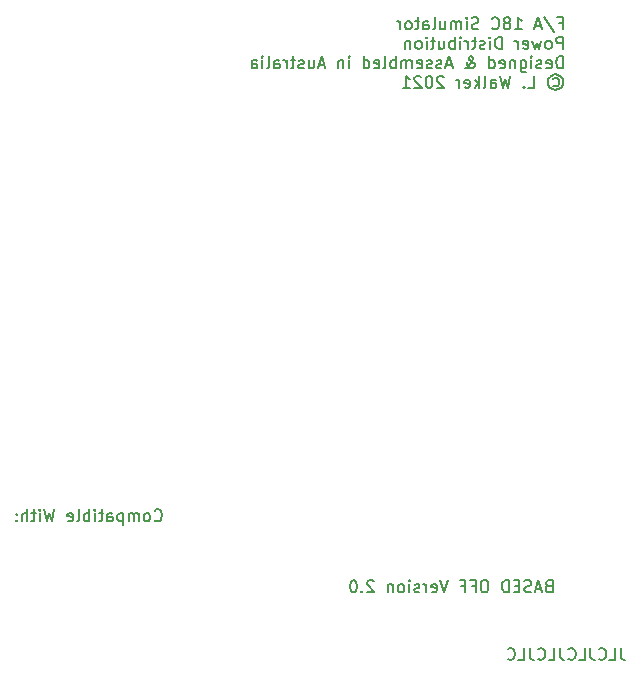
<source format=gbr>
%TF.GenerationSoftware,KiCad,Pcbnew,(5.1.9-0-10_14)*%
%TF.CreationDate,2022-06-30T07:21:25+10:00*%
%TF.ProjectId,Power Distro PCB V2,506f7765-7220-4446-9973-74726f205043,rev?*%
%TF.SameCoordinates,Original*%
%TF.FileFunction,Legend,Bot*%
%TF.FilePolarity,Positive*%
%FSLAX46Y46*%
G04 Gerber Fmt 4.6, Leading zero omitted, Abs format (unit mm)*
G04 Created by KiCad (PCBNEW (5.1.9-0-10_14)) date 2022-06-30 07:21:25*
%MOMM*%
%LPD*%
G01*
G04 APERTURE LIST*
%ADD10C,0.150000*%
G04 APERTURE END LIST*
D10*
X44547619Y-73657142D02*
X44595238Y-73704761D01*
X44738095Y-73752380D01*
X44833333Y-73752380D01*
X44976190Y-73704761D01*
X45071428Y-73609523D01*
X45119047Y-73514285D01*
X45166666Y-73323809D01*
X45166666Y-73180952D01*
X45119047Y-72990476D01*
X45071428Y-72895238D01*
X44976190Y-72800000D01*
X44833333Y-72752380D01*
X44738095Y-72752380D01*
X44595238Y-72800000D01*
X44547619Y-72847619D01*
X43976190Y-73752380D02*
X44071428Y-73704761D01*
X44119047Y-73657142D01*
X44166666Y-73561904D01*
X44166666Y-73276190D01*
X44119047Y-73180952D01*
X44071428Y-73133333D01*
X43976190Y-73085714D01*
X43833333Y-73085714D01*
X43738095Y-73133333D01*
X43690476Y-73180952D01*
X43642857Y-73276190D01*
X43642857Y-73561904D01*
X43690476Y-73657142D01*
X43738095Y-73704761D01*
X43833333Y-73752380D01*
X43976190Y-73752380D01*
X43214285Y-73752380D02*
X43214285Y-73085714D01*
X43214285Y-73180952D02*
X43166666Y-73133333D01*
X43071428Y-73085714D01*
X42928571Y-73085714D01*
X42833333Y-73133333D01*
X42785714Y-73228571D01*
X42785714Y-73752380D01*
X42785714Y-73228571D02*
X42738095Y-73133333D01*
X42642857Y-73085714D01*
X42500000Y-73085714D01*
X42404761Y-73133333D01*
X42357142Y-73228571D01*
X42357142Y-73752380D01*
X41880952Y-73085714D02*
X41880952Y-74085714D01*
X41880952Y-73133333D02*
X41785714Y-73085714D01*
X41595238Y-73085714D01*
X41500000Y-73133333D01*
X41452380Y-73180952D01*
X41404761Y-73276190D01*
X41404761Y-73561904D01*
X41452380Y-73657142D01*
X41500000Y-73704761D01*
X41595238Y-73752380D01*
X41785714Y-73752380D01*
X41880952Y-73704761D01*
X40547619Y-73752380D02*
X40547619Y-73228571D01*
X40595238Y-73133333D01*
X40690476Y-73085714D01*
X40880952Y-73085714D01*
X40976190Y-73133333D01*
X40547619Y-73704761D02*
X40642857Y-73752380D01*
X40880952Y-73752380D01*
X40976190Y-73704761D01*
X41023809Y-73609523D01*
X41023809Y-73514285D01*
X40976190Y-73419047D01*
X40880952Y-73371428D01*
X40642857Y-73371428D01*
X40547619Y-73323809D01*
X40214285Y-73085714D02*
X39833333Y-73085714D01*
X40071428Y-72752380D02*
X40071428Y-73609523D01*
X40023809Y-73704761D01*
X39928571Y-73752380D01*
X39833333Y-73752380D01*
X39500000Y-73752380D02*
X39500000Y-73085714D01*
X39500000Y-72752380D02*
X39547619Y-72800000D01*
X39500000Y-72847619D01*
X39452380Y-72800000D01*
X39500000Y-72752380D01*
X39500000Y-72847619D01*
X39023809Y-73752380D02*
X39023809Y-72752380D01*
X39023809Y-73133333D02*
X38928571Y-73085714D01*
X38738095Y-73085714D01*
X38642857Y-73133333D01*
X38595238Y-73180952D01*
X38547619Y-73276190D01*
X38547619Y-73561904D01*
X38595238Y-73657142D01*
X38642857Y-73704761D01*
X38738095Y-73752380D01*
X38928571Y-73752380D01*
X39023809Y-73704761D01*
X37976190Y-73752380D02*
X38071428Y-73704761D01*
X38119047Y-73609523D01*
X38119047Y-72752380D01*
X37214285Y-73704761D02*
X37309523Y-73752380D01*
X37500000Y-73752380D01*
X37595238Y-73704761D01*
X37642857Y-73609523D01*
X37642857Y-73228571D01*
X37595238Y-73133333D01*
X37500000Y-73085714D01*
X37309523Y-73085714D01*
X37214285Y-73133333D01*
X37166666Y-73228571D01*
X37166666Y-73323809D01*
X37642857Y-73419047D01*
X36071428Y-72752380D02*
X35833333Y-73752380D01*
X35642857Y-73038095D01*
X35452380Y-73752380D01*
X35214285Y-72752380D01*
X34833333Y-73752380D02*
X34833333Y-73085714D01*
X34833333Y-72752380D02*
X34880952Y-72800000D01*
X34833333Y-72847619D01*
X34785714Y-72800000D01*
X34833333Y-72752380D01*
X34833333Y-72847619D01*
X34500000Y-73085714D02*
X34119047Y-73085714D01*
X34357142Y-72752380D02*
X34357142Y-73609523D01*
X34309523Y-73704761D01*
X34214285Y-73752380D01*
X34119047Y-73752380D01*
X33785714Y-73752380D02*
X33785714Y-72752380D01*
X33357142Y-73752380D02*
X33357142Y-73228571D01*
X33404761Y-73133333D01*
X33499999Y-73085714D01*
X33642857Y-73085714D01*
X33738095Y-73133333D01*
X33785714Y-73180952D01*
X32880952Y-73657142D02*
X32833333Y-73704761D01*
X32880952Y-73752380D01*
X32928571Y-73704761D01*
X32880952Y-73657142D01*
X32880952Y-73752380D01*
X32880952Y-73133333D02*
X32833333Y-73180952D01*
X32880952Y-73228571D01*
X32928571Y-73180952D01*
X32880952Y-73133333D01*
X32880952Y-73228571D01*
X84019047Y-84499200D02*
X84019047Y-85213486D01*
X84066666Y-85356343D01*
X84161904Y-85451581D01*
X84304761Y-85499200D01*
X84400000Y-85499200D01*
X83066666Y-85499200D02*
X83542857Y-85499200D01*
X83542857Y-84499200D01*
X82161904Y-85403962D02*
X82209523Y-85451581D01*
X82352380Y-85499200D01*
X82447619Y-85499200D01*
X82590476Y-85451581D01*
X82685714Y-85356343D01*
X82733333Y-85261105D01*
X82780952Y-85070629D01*
X82780952Y-84927772D01*
X82733333Y-84737296D01*
X82685714Y-84642058D01*
X82590476Y-84546820D01*
X82447619Y-84499200D01*
X82352380Y-84499200D01*
X82209523Y-84546820D01*
X82161904Y-84594439D01*
X81447619Y-84499200D02*
X81447619Y-85213486D01*
X81495238Y-85356343D01*
X81590476Y-85451581D01*
X81733333Y-85499200D01*
X81828571Y-85499200D01*
X80495238Y-85499200D02*
X80971428Y-85499200D01*
X80971428Y-84499200D01*
X79590476Y-85403962D02*
X79638095Y-85451581D01*
X79780952Y-85499200D01*
X79876190Y-85499200D01*
X80019047Y-85451581D01*
X80114285Y-85356343D01*
X80161904Y-85261105D01*
X80209523Y-85070629D01*
X80209523Y-84927772D01*
X80161904Y-84737296D01*
X80114285Y-84642058D01*
X80019047Y-84546820D01*
X79876190Y-84499200D01*
X79780952Y-84499200D01*
X79638095Y-84546820D01*
X79590476Y-84594439D01*
X78876190Y-84499200D02*
X78876190Y-85213486D01*
X78923809Y-85356343D01*
X79019047Y-85451581D01*
X79161904Y-85499200D01*
X79257142Y-85499200D01*
X77923809Y-85499200D02*
X78400000Y-85499200D01*
X78400000Y-84499200D01*
X77019047Y-85403962D02*
X77066666Y-85451581D01*
X77209523Y-85499200D01*
X77304761Y-85499200D01*
X77447619Y-85451581D01*
X77542857Y-85356343D01*
X77590476Y-85261105D01*
X77638095Y-85070629D01*
X77638095Y-84927772D01*
X77590476Y-84737296D01*
X77542857Y-84642058D01*
X77447619Y-84546820D01*
X77304761Y-84499200D01*
X77209523Y-84499200D01*
X77066666Y-84546820D01*
X77019047Y-84594439D01*
X76304761Y-84499200D02*
X76304761Y-85213486D01*
X76352380Y-85356343D01*
X76447619Y-85451581D01*
X76590476Y-85499200D01*
X76685714Y-85499200D01*
X75352380Y-85499200D02*
X75828571Y-85499200D01*
X75828571Y-84499200D01*
X74447619Y-85403962D02*
X74495238Y-85451581D01*
X74638095Y-85499200D01*
X74733333Y-85499200D01*
X74876190Y-85451581D01*
X74971428Y-85356343D01*
X75019047Y-85261105D01*
X75066666Y-85070629D01*
X75066666Y-84927772D01*
X75019047Y-84737296D01*
X74971428Y-84642058D01*
X74876190Y-84546820D01*
X74733333Y-84499200D01*
X74638095Y-84499200D01*
X74495238Y-84546820D01*
X74447619Y-84594439D01*
X77914285Y-79228571D02*
X77771428Y-79276190D01*
X77723809Y-79323809D01*
X77676190Y-79419047D01*
X77676190Y-79561904D01*
X77723809Y-79657142D01*
X77771428Y-79704761D01*
X77866666Y-79752380D01*
X78247619Y-79752380D01*
X78247619Y-78752380D01*
X77914285Y-78752380D01*
X77819047Y-78800000D01*
X77771428Y-78847619D01*
X77723809Y-78942857D01*
X77723809Y-79038095D01*
X77771428Y-79133333D01*
X77819047Y-79180952D01*
X77914285Y-79228571D01*
X78247619Y-79228571D01*
X77295238Y-79466666D02*
X76819047Y-79466666D01*
X77390476Y-79752380D02*
X77057142Y-78752380D01*
X76723809Y-79752380D01*
X76438095Y-79704761D02*
X76295238Y-79752380D01*
X76057142Y-79752380D01*
X75961904Y-79704761D01*
X75914285Y-79657142D01*
X75866666Y-79561904D01*
X75866666Y-79466666D01*
X75914285Y-79371428D01*
X75961904Y-79323809D01*
X76057142Y-79276190D01*
X76247619Y-79228571D01*
X76342857Y-79180952D01*
X76390476Y-79133333D01*
X76438095Y-79038095D01*
X76438095Y-78942857D01*
X76390476Y-78847619D01*
X76342857Y-78800000D01*
X76247619Y-78752380D01*
X76009523Y-78752380D01*
X75866666Y-78800000D01*
X75438095Y-79228571D02*
X75104761Y-79228571D01*
X74961904Y-79752380D02*
X75438095Y-79752380D01*
X75438095Y-78752380D01*
X74961904Y-78752380D01*
X74533333Y-79752380D02*
X74533333Y-78752380D01*
X74295238Y-78752380D01*
X74152380Y-78800000D01*
X74057142Y-78895238D01*
X74009523Y-78990476D01*
X73961904Y-79180952D01*
X73961904Y-79323809D01*
X74009523Y-79514285D01*
X74057142Y-79609523D01*
X74152380Y-79704761D01*
X74295238Y-79752380D01*
X74533333Y-79752380D01*
X72580952Y-78752380D02*
X72390476Y-78752380D01*
X72295238Y-78800000D01*
X72200000Y-78895238D01*
X72152380Y-79085714D01*
X72152380Y-79419047D01*
X72200000Y-79609523D01*
X72295238Y-79704761D01*
X72390476Y-79752380D01*
X72580952Y-79752380D01*
X72676190Y-79704761D01*
X72771428Y-79609523D01*
X72819047Y-79419047D01*
X72819047Y-79085714D01*
X72771428Y-78895238D01*
X72676190Y-78800000D01*
X72580952Y-78752380D01*
X71390476Y-79228571D02*
X71723809Y-79228571D01*
X71723809Y-79752380D02*
X71723809Y-78752380D01*
X71247619Y-78752380D01*
X70533333Y-79228571D02*
X70866666Y-79228571D01*
X70866666Y-79752380D02*
X70866666Y-78752380D01*
X70390476Y-78752380D01*
X69390476Y-78752380D02*
X69057142Y-79752380D01*
X68723809Y-78752380D01*
X68009523Y-79704761D02*
X68104761Y-79752380D01*
X68295238Y-79752380D01*
X68390476Y-79704761D01*
X68438095Y-79609523D01*
X68438095Y-79228571D01*
X68390476Y-79133333D01*
X68295238Y-79085714D01*
X68104761Y-79085714D01*
X68009523Y-79133333D01*
X67961904Y-79228571D01*
X67961904Y-79323809D01*
X68438095Y-79419047D01*
X67533333Y-79752380D02*
X67533333Y-79085714D01*
X67533333Y-79276190D02*
X67485714Y-79180952D01*
X67438095Y-79133333D01*
X67342857Y-79085714D01*
X67247619Y-79085714D01*
X66961904Y-79704761D02*
X66866666Y-79752380D01*
X66676190Y-79752380D01*
X66580952Y-79704761D01*
X66533333Y-79609523D01*
X66533333Y-79561904D01*
X66580952Y-79466666D01*
X66676190Y-79419047D01*
X66819047Y-79419047D01*
X66914285Y-79371428D01*
X66961904Y-79276190D01*
X66961904Y-79228571D01*
X66914285Y-79133333D01*
X66819047Y-79085714D01*
X66676190Y-79085714D01*
X66580952Y-79133333D01*
X66104761Y-79752380D02*
X66104761Y-79085714D01*
X66104761Y-78752380D02*
X66152380Y-78800000D01*
X66104761Y-78847619D01*
X66057142Y-78800000D01*
X66104761Y-78752380D01*
X66104761Y-78847619D01*
X65485714Y-79752380D02*
X65580952Y-79704761D01*
X65628571Y-79657142D01*
X65676190Y-79561904D01*
X65676190Y-79276190D01*
X65628571Y-79180952D01*
X65580952Y-79133333D01*
X65485714Y-79085714D01*
X65342857Y-79085714D01*
X65247619Y-79133333D01*
X65200000Y-79180952D01*
X65152380Y-79276190D01*
X65152380Y-79561904D01*
X65200000Y-79657142D01*
X65247619Y-79704761D01*
X65342857Y-79752380D01*
X65485714Y-79752380D01*
X64723809Y-79085714D02*
X64723809Y-79752380D01*
X64723809Y-79180952D02*
X64676190Y-79133333D01*
X64580952Y-79085714D01*
X64438095Y-79085714D01*
X64342857Y-79133333D01*
X64295238Y-79228571D01*
X64295238Y-79752380D01*
X63104761Y-78847619D02*
X63057142Y-78800000D01*
X62961904Y-78752380D01*
X62723809Y-78752380D01*
X62628571Y-78800000D01*
X62580952Y-78847619D01*
X62533333Y-78942857D01*
X62533333Y-79038095D01*
X62580952Y-79180952D01*
X63152380Y-79752380D01*
X62533333Y-79752380D01*
X62104761Y-79657142D02*
X62057142Y-79704761D01*
X62104761Y-79752380D01*
X62152380Y-79704761D01*
X62104761Y-79657142D01*
X62104761Y-79752380D01*
X61438095Y-78752380D02*
X61342857Y-78752380D01*
X61247619Y-78800000D01*
X61200000Y-78847619D01*
X61152380Y-78942857D01*
X61104761Y-79133333D01*
X61104761Y-79371428D01*
X61152380Y-79561904D01*
X61200000Y-79657142D01*
X61247619Y-79704761D01*
X61342857Y-79752380D01*
X61438095Y-79752380D01*
X61533333Y-79704761D01*
X61580952Y-79657142D01*
X61628571Y-79561904D01*
X61676190Y-79371428D01*
X61676190Y-79133333D01*
X61628571Y-78942857D01*
X61580952Y-78847619D01*
X61533333Y-78800000D01*
X61438095Y-78752380D01*
X78782271Y-31577971D02*
X79115604Y-31577971D01*
X79115604Y-32101780D02*
X79115604Y-31101780D01*
X78639414Y-31101780D01*
X77544176Y-31054161D02*
X78401319Y-32339876D01*
X77258461Y-31816066D02*
X76782271Y-31816066D01*
X77353700Y-32101780D02*
X77020366Y-31101780D01*
X76687033Y-32101780D01*
X75067985Y-32101780D02*
X75639414Y-32101780D01*
X75353700Y-32101780D02*
X75353700Y-31101780D01*
X75448938Y-31244638D01*
X75544176Y-31339876D01*
X75639414Y-31387495D01*
X74496557Y-31530352D02*
X74591795Y-31482733D01*
X74639414Y-31435114D01*
X74687033Y-31339876D01*
X74687033Y-31292257D01*
X74639414Y-31197019D01*
X74591795Y-31149400D01*
X74496557Y-31101780D01*
X74306080Y-31101780D01*
X74210842Y-31149400D01*
X74163223Y-31197019D01*
X74115604Y-31292257D01*
X74115604Y-31339876D01*
X74163223Y-31435114D01*
X74210842Y-31482733D01*
X74306080Y-31530352D01*
X74496557Y-31530352D01*
X74591795Y-31577971D01*
X74639414Y-31625590D01*
X74687033Y-31720828D01*
X74687033Y-31911304D01*
X74639414Y-32006542D01*
X74591795Y-32054161D01*
X74496557Y-32101780D01*
X74306080Y-32101780D01*
X74210842Y-32054161D01*
X74163223Y-32006542D01*
X74115604Y-31911304D01*
X74115604Y-31720828D01*
X74163223Y-31625590D01*
X74210842Y-31577971D01*
X74306080Y-31530352D01*
X73115604Y-32006542D02*
X73163223Y-32054161D01*
X73306080Y-32101780D01*
X73401319Y-32101780D01*
X73544176Y-32054161D01*
X73639414Y-31958923D01*
X73687033Y-31863685D01*
X73734652Y-31673209D01*
X73734652Y-31530352D01*
X73687033Y-31339876D01*
X73639414Y-31244638D01*
X73544176Y-31149400D01*
X73401319Y-31101780D01*
X73306080Y-31101780D01*
X73163223Y-31149400D01*
X73115604Y-31197019D01*
X71972747Y-32054161D02*
X71829890Y-32101780D01*
X71591795Y-32101780D01*
X71496557Y-32054161D01*
X71448938Y-32006542D01*
X71401319Y-31911304D01*
X71401319Y-31816066D01*
X71448938Y-31720828D01*
X71496557Y-31673209D01*
X71591795Y-31625590D01*
X71782271Y-31577971D01*
X71877509Y-31530352D01*
X71925128Y-31482733D01*
X71972747Y-31387495D01*
X71972747Y-31292257D01*
X71925128Y-31197019D01*
X71877509Y-31149400D01*
X71782271Y-31101780D01*
X71544176Y-31101780D01*
X71401319Y-31149400D01*
X70972747Y-32101780D02*
X70972747Y-31435114D01*
X70972747Y-31101780D02*
X71020366Y-31149400D01*
X70972747Y-31197019D01*
X70925128Y-31149400D01*
X70972747Y-31101780D01*
X70972747Y-31197019D01*
X70496557Y-32101780D02*
X70496557Y-31435114D01*
X70496557Y-31530352D02*
X70448938Y-31482733D01*
X70353700Y-31435114D01*
X70210842Y-31435114D01*
X70115604Y-31482733D01*
X70067985Y-31577971D01*
X70067985Y-32101780D01*
X70067985Y-31577971D02*
X70020366Y-31482733D01*
X69925128Y-31435114D01*
X69782271Y-31435114D01*
X69687033Y-31482733D01*
X69639414Y-31577971D01*
X69639414Y-32101780D01*
X68734652Y-31435114D02*
X68734652Y-32101780D01*
X69163223Y-31435114D02*
X69163223Y-31958923D01*
X69115604Y-32054161D01*
X69020366Y-32101780D01*
X68877509Y-32101780D01*
X68782271Y-32054161D01*
X68734652Y-32006542D01*
X68115604Y-32101780D02*
X68210842Y-32054161D01*
X68258461Y-31958923D01*
X68258461Y-31101780D01*
X67306080Y-32101780D02*
X67306080Y-31577971D01*
X67353700Y-31482733D01*
X67448938Y-31435114D01*
X67639414Y-31435114D01*
X67734652Y-31482733D01*
X67306080Y-32054161D02*
X67401319Y-32101780D01*
X67639414Y-32101780D01*
X67734652Y-32054161D01*
X67782271Y-31958923D01*
X67782271Y-31863685D01*
X67734652Y-31768447D01*
X67639414Y-31720828D01*
X67401319Y-31720828D01*
X67306080Y-31673209D01*
X66972747Y-31435114D02*
X66591795Y-31435114D01*
X66829890Y-31101780D02*
X66829890Y-31958923D01*
X66782271Y-32054161D01*
X66687033Y-32101780D01*
X66591795Y-32101780D01*
X66115604Y-32101780D02*
X66210842Y-32054161D01*
X66258461Y-32006542D01*
X66306080Y-31911304D01*
X66306080Y-31625590D01*
X66258461Y-31530352D01*
X66210842Y-31482733D01*
X66115604Y-31435114D01*
X65972747Y-31435114D01*
X65877509Y-31482733D01*
X65829890Y-31530352D01*
X65782271Y-31625590D01*
X65782271Y-31911304D01*
X65829890Y-32006542D01*
X65877509Y-32054161D01*
X65972747Y-32101780D01*
X66115604Y-32101780D01*
X65353700Y-32101780D02*
X65353700Y-31435114D01*
X65353700Y-31625590D02*
X65306080Y-31530352D01*
X65258461Y-31482733D01*
X65163223Y-31435114D01*
X65067985Y-31435114D01*
X79115604Y-33751780D02*
X79115604Y-32751780D01*
X78734652Y-32751780D01*
X78639414Y-32799400D01*
X78591795Y-32847019D01*
X78544176Y-32942257D01*
X78544176Y-33085114D01*
X78591795Y-33180352D01*
X78639414Y-33227971D01*
X78734652Y-33275590D01*
X79115604Y-33275590D01*
X77972747Y-33751780D02*
X78067985Y-33704161D01*
X78115604Y-33656542D01*
X78163223Y-33561304D01*
X78163223Y-33275590D01*
X78115604Y-33180352D01*
X78067985Y-33132733D01*
X77972747Y-33085114D01*
X77829890Y-33085114D01*
X77734652Y-33132733D01*
X77687033Y-33180352D01*
X77639414Y-33275590D01*
X77639414Y-33561304D01*
X77687033Y-33656542D01*
X77734652Y-33704161D01*
X77829890Y-33751780D01*
X77972747Y-33751780D01*
X77306080Y-33085114D02*
X77115604Y-33751780D01*
X76925128Y-33275590D01*
X76734652Y-33751780D01*
X76544176Y-33085114D01*
X75782271Y-33704161D02*
X75877509Y-33751780D01*
X76067985Y-33751780D01*
X76163223Y-33704161D01*
X76210842Y-33608923D01*
X76210842Y-33227971D01*
X76163223Y-33132733D01*
X76067985Y-33085114D01*
X75877509Y-33085114D01*
X75782271Y-33132733D01*
X75734652Y-33227971D01*
X75734652Y-33323209D01*
X76210842Y-33418447D01*
X75306080Y-33751780D02*
X75306080Y-33085114D01*
X75306080Y-33275590D02*
X75258461Y-33180352D01*
X75210842Y-33132733D01*
X75115604Y-33085114D01*
X75020366Y-33085114D01*
X73925128Y-33751780D02*
X73925128Y-32751780D01*
X73687033Y-32751780D01*
X73544176Y-32799400D01*
X73448938Y-32894638D01*
X73401319Y-32989876D01*
X73353700Y-33180352D01*
X73353700Y-33323209D01*
X73401319Y-33513685D01*
X73448938Y-33608923D01*
X73544176Y-33704161D01*
X73687033Y-33751780D01*
X73925128Y-33751780D01*
X72925128Y-33751780D02*
X72925128Y-33085114D01*
X72925128Y-32751780D02*
X72972747Y-32799400D01*
X72925128Y-32847019D01*
X72877509Y-32799400D01*
X72925128Y-32751780D01*
X72925128Y-32847019D01*
X72496557Y-33704161D02*
X72401319Y-33751780D01*
X72210842Y-33751780D01*
X72115604Y-33704161D01*
X72067985Y-33608923D01*
X72067985Y-33561304D01*
X72115604Y-33466066D01*
X72210842Y-33418447D01*
X72353700Y-33418447D01*
X72448938Y-33370828D01*
X72496557Y-33275590D01*
X72496557Y-33227971D01*
X72448938Y-33132733D01*
X72353700Y-33085114D01*
X72210842Y-33085114D01*
X72115604Y-33132733D01*
X71782271Y-33085114D02*
X71401319Y-33085114D01*
X71639414Y-32751780D02*
X71639414Y-33608923D01*
X71591795Y-33704161D01*
X71496557Y-33751780D01*
X71401319Y-33751780D01*
X71067985Y-33751780D02*
X71067985Y-33085114D01*
X71067985Y-33275590D02*
X71020366Y-33180352D01*
X70972747Y-33132733D01*
X70877509Y-33085114D01*
X70782271Y-33085114D01*
X70448938Y-33751780D02*
X70448938Y-33085114D01*
X70448938Y-32751780D02*
X70496557Y-32799400D01*
X70448938Y-32847019D01*
X70401319Y-32799400D01*
X70448938Y-32751780D01*
X70448938Y-32847019D01*
X69972747Y-33751780D02*
X69972747Y-32751780D01*
X69972747Y-33132733D02*
X69877509Y-33085114D01*
X69687033Y-33085114D01*
X69591795Y-33132733D01*
X69544176Y-33180352D01*
X69496557Y-33275590D01*
X69496557Y-33561304D01*
X69544176Y-33656542D01*
X69591795Y-33704161D01*
X69687033Y-33751780D01*
X69877509Y-33751780D01*
X69972747Y-33704161D01*
X68639414Y-33085114D02*
X68639414Y-33751780D01*
X69067985Y-33085114D02*
X69067985Y-33608923D01*
X69020366Y-33704161D01*
X68925128Y-33751780D01*
X68782271Y-33751780D01*
X68687033Y-33704161D01*
X68639414Y-33656542D01*
X68306080Y-33085114D02*
X67925128Y-33085114D01*
X68163223Y-32751780D02*
X68163223Y-33608923D01*
X68115604Y-33704161D01*
X68020366Y-33751780D01*
X67925128Y-33751780D01*
X67591795Y-33751780D02*
X67591795Y-33085114D01*
X67591795Y-32751780D02*
X67639414Y-32799400D01*
X67591795Y-32847019D01*
X67544176Y-32799400D01*
X67591795Y-32751780D01*
X67591795Y-32847019D01*
X66972747Y-33751780D02*
X67067985Y-33704161D01*
X67115604Y-33656542D01*
X67163223Y-33561304D01*
X67163223Y-33275590D01*
X67115604Y-33180352D01*
X67067985Y-33132733D01*
X66972747Y-33085114D01*
X66829890Y-33085114D01*
X66734652Y-33132733D01*
X66687033Y-33180352D01*
X66639414Y-33275590D01*
X66639414Y-33561304D01*
X66687033Y-33656542D01*
X66734652Y-33704161D01*
X66829890Y-33751780D01*
X66972747Y-33751780D01*
X66210842Y-33085114D02*
X66210842Y-33751780D01*
X66210842Y-33180352D02*
X66163223Y-33132733D01*
X66067985Y-33085114D01*
X65925128Y-33085114D01*
X65829890Y-33132733D01*
X65782271Y-33227971D01*
X65782271Y-33751780D01*
X79115604Y-35401780D02*
X79115604Y-34401780D01*
X78877509Y-34401780D01*
X78734652Y-34449400D01*
X78639414Y-34544638D01*
X78591795Y-34639876D01*
X78544176Y-34830352D01*
X78544176Y-34973209D01*
X78591795Y-35163685D01*
X78639414Y-35258923D01*
X78734652Y-35354161D01*
X78877509Y-35401780D01*
X79115604Y-35401780D01*
X77734652Y-35354161D02*
X77829890Y-35401780D01*
X78020366Y-35401780D01*
X78115604Y-35354161D01*
X78163223Y-35258923D01*
X78163223Y-34877971D01*
X78115604Y-34782733D01*
X78020366Y-34735114D01*
X77829890Y-34735114D01*
X77734652Y-34782733D01*
X77687033Y-34877971D01*
X77687033Y-34973209D01*
X78163223Y-35068447D01*
X77306080Y-35354161D02*
X77210842Y-35401780D01*
X77020366Y-35401780D01*
X76925128Y-35354161D01*
X76877509Y-35258923D01*
X76877509Y-35211304D01*
X76925128Y-35116066D01*
X77020366Y-35068447D01*
X77163223Y-35068447D01*
X77258461Y-35020828D01*
X77306080Y-34925590D01*
X77306080Y-34877971D01*
X77258461Y-34782733D01*
X77163223Y-34735114D01*
X77020366Y-34735114D01*
X76925128Y-34782733D01*
X76448938Y-35401780D02*
X76448938Y-34735114D01*
X76448938Y-34401780D02*
X76496557Y-34449400D01*
X76448938Y-34497019D01*
X76401319Y-34449400D01*
X76448938Y-34401780D01*
X76448938Y-34497019D01*
X75544176Y-34735114D02*
X75544176Y-35544638D01*
X75591795Y-35639876D01*
X75639414Y-35687495D01*
X75734652Y-35735114D01*
X75877509Y-35735114D01*
X75972747Y-35687495D01*
X75544176Y-35354161D02*
X75639414Y-35401780D01*
X75829890Y-35401780D01*
X75925128Y-35354161D01*
X75972747Y-35306542D01*
X76020366Y-35211304D01*
X76020366Y-34925590D01*
X75972747Y-34830352D01*
X75925128Y-34782733D01*
X75829890Y-34735114D01*
X75639414Y-34735114D01*
X75544176Y-34782733D01*
X75067985Y-34735114D02*
X75067985Y-35401780D01*
X75067985Y-34830352D02*
X75020366Y-34782733D01*
X74925128Y-34735114D01*
X74782271Y-34735114D01*
X74687033Y-34782733D01*
X74639414Y-34877971D01*
X74639414Y-35401780D01*
X73782271Y-35354161D02*
X73877509Y-35401780D01*
X74067985Y-35401780D01*
X74163223Y-35354161D01*
X74210842Y-35258923D01*
X74210842Y-34877971D01*
X74163223Y-34782733D01*
X74067985Y-34735114D01*
X73877509Y-34735114D01*
X73782271Y-34782733D01*
X73734652Y-34877971D01*
X73734652Y-34973209D01*
X74210842Y-35068447D01*
X72877509Y-35401780D02*
X72877509Y-34401780D01*
X72877509Y-35354161D02*
X72972747Y-35401780D01*
X73163223Y-35401780D01*
X73258461Y-35354161D01*
X73306080Y-35306542D01*
X73353700Y-35211304D01*
X73353700Y-34925590D01*
X73306080Y-34830352D01*
X73258461Y-34782733D01*
X73163223Y-34735114D01*
X72972747Y-34735114D01*
X72877509Y-34782733D01*
X70829890Y-35401780D02*
X70877509Y-35401780D01*
X70972747Y-35354161D01*
X71115604Y-35211304D01*
X71353700Y-34925590D01*
X71448938Y-34782733D01*
X71496557Y-34639876D01*
X71496557Y-34544638D01*
X71448938Y-34449400D01*
X71353700Y-34401780D01*
X71306080Y-34401780D01*
X71210842Y-34449400D01*
X71163223Y-34544638D01*
X71163223Y-34592257D01*
X71210842Y-34687495D01*
X71258461Y-34735114D01*
X71544176Y-34925590D01*
X71591795Y-34973209D01*
X71639414Y-35068447D01*
X71639414Y-35211304D01*
X71591795Y-35306542D01*
X71544176Y-35354161D01*
X71448938Y-35401780D01*
X71306080Y-35401780D01*
X71210842Y-35354161D01*
X71163223Y-35306542D01*
X71020366Y-35116066D01*
X70972747Y-34973209D01*
X70972747Y-34877971D01*
X69687033Y-35116066D02*
X69210842Y-35116066D01*
X69782271Y-35401780D02*
X69448938Y-34401780D01*
X69115604Y-35401780D01*
X68829890Y-35354161D02*
X68734652Y-35401780D01*
X68544176Y-35401780D01*
X68448938Y-35354161D01*
X68401319Y-35258923D01*
X68401319Y-35211304D01*
X68448938Y-35116066D01*
X68544176Y-35068447D01*
X68687033Y-35068447D01*
X68782271Y-35020828D01*
X68829890Y-34925590D01*
X68829890Y-34877971D01*
X68782271Y-34782733D01*
X68687033Y-34735114D01*
X68544176Y-34735114D01*
X68448938Y-34782733D01*
X68020366Y-35354161D02*
X67925128Y-35401780D01*
X67734652Y-35401780D01*
X67639414Y-35354161D01*
X67591795Y-35258923D01*
X67591795Y-35211304D01*
X67639414Y-35116066D01*
X67734652Y-35068447D01*
X67877509Y-35068447D01*
X67972747Y-35020828D01*
X68020366Y-34925590D01*
X68020366Y-34877971D01*
X67972747Y-34782733D01*
X67877509Y-34735114D01*
X67734652Y-34735114D01*
X67639414Y-34782733D01*
X66782271Y-35354161D02*
X66877509Y-35401780D01*
X67067985Y-35401780D01*
X67163223Y-35354161D01*
X67210842Y-35258923D01*
X67210842Y-34877971D01*
X67163223Y-34782733D01*
X67067985Y-34735114D01*
X66877509Y-34735114D01*
X66782271Y-34782733D01*
X66734652Y-34877971D01*
X66734652Y-34973209D01*
X67210842Y-35068447D01*
X66306080Y-35401780D02*
X66306080Y-34735114D01*
X66306080Y-34830352D02*
X66258461Y-34782733D01*
X66163223Y-34735114D01*
X66020366Y-34735114D01*
X65925128Y-34782733D01*
X65877509Y-34877971D01*
X65877509Y-35401780D01*
X65877509Y-34877971D02*
X65829890Y-34782733D01*
X65734652Y-34735114D01*
X65591795Y-34735114D01*
X65496557Y-34782733D01*
X65448938Y-34877971D01*
X65448938Y-35401780D01*
X64972747Y-35401780D02*
X64972747Y-34401780D01*
X64972747Y-34782733D02*
X64877509Y-34735114D01*
X64687033Y-34735114D01*
X64591795Y-34782733D01*
X64544176Y-34830352D01*
X64496557Y-34925590D01*
X64496557Y-35211304D01*
X64544176Y-35306542D01*
X64591795Y-35354161D01*
X64687033Y-35401780D01*
X64877509Y-35401780D01*
X64972747Y-35354161D01*
X63925128Y-35401780D02*
X64020366Y-35354161D01*
X64067985Y-35258923D01*
X64067985Y-34401780D01*
X63163223Y-35354161D02*
X63258461Y-35401780D01*
X63448938Y-35401780D01*
X63544176Y-35354161D01*
X63591795Y-35258923D01*
X63591795Y-34877971D01*
X63544176Y-34782733D01*
X63448938Y-34735114D01*
X63258461Y-34735114D01*
X63163223Y-34782733D01*
X63115604Y-34877971D01*
X63115604Y-34973209D01*
X63591795Y-35068447D01*
X62258461Y-35401780D02*
X62258461Y-34401780D01*
X62258461Y-35354161D02*
X62353700Y-35401780D01*
X62544176Y-35401780D01*
X62639414Y-35354161D01*
X62687033Y-35306542D01*
X62734652Y-35211304D01*
X62734652Y-34925590D01*
X62687033Y-34830352D01*
X62639414Y-34782733D01*
X62544176Y-34735114D01*
X62353700Y-34735114D01*
X62258461Y-34782733D01*
X61020366Y-35401780D02*
X61020366Y-34735114D01*
X61020366Y-34401780D02*
X61067985Y-34449400D01*
X61020366Y-34497019D01*
X60972747Y-34449400D01*
X61020366Y-34401780D01*
X61020366Y-34497019D01*
X60544176Y-34735114D02*
X60544176Y-35401780D01*
X60544176Y-34830352D02*
X60496557Y-34782733D01*
X60401319Y-34735114D01*
X60258461Y-34735114D01*
X60163223Y-34782733D01*
X60115604Y-34877971D01*
X60115604Y-35401780D01*
X58925128Y-35116066D02*
X58448938Y-35116066D01*
X59020366Y-35401780D02*
X58687033Y-34401780D01*
X58353700Y-35401780D01*
X57591795Y-34735114D02*
X57591795Y-35401780D01*
X58020366Y-34735114D02*
X58020366Y-35258923D01*
X57972747Y-35354161D01*
X57877509Y-35401780D01*
X57734652Y-35401780D01*
X57639414Y-35354161D01*
X57591795Y-35306542D01*
X57163223Y-35354161D02*
X57067985Y-35401780D01*
X56877509Y-35401780D01*
X56782271Y-35354161D01*
X56734652Y-35258923D01*
X56734652Y-35211304D01*
X56782271Y-35116066D01*
X56877509Y-35068447D01*
X57020366Y-35068447D01*
X57115604Y-35020828D01*
X57163223Y-34925590D01*
X57163223Y-34877971D01*
X57115604Y-34782733D01*
X57020366Y-34735114D01*
X56877509Y-34735114D01*
X56782271Y-34782733D01*
X56448938Y-34735114D02*
X56067985Y-34735114D01*
X56306080Y-34401780D02*
X56306080Y-35258923D01*
X56258461Y-35354161D01*
X56163223Y-35401780D01*
X56067985Y-35401780D01*
X55734652Y-35401780D02*
X55734652Y-34735114D01*
X55734652Y-34925590D02*
X55687033Y-34830352D01*
X55639414Y-34782733D01*
X55544176Y-34735114D01*
X55448938Y-34735114D01*
X54687033Y-35401780D02*
X54687033Y-34877971D01*
X54734652Y-34782733D01*
X54829890Y-34735114D01*
X55020366Y-34735114D01*
X55115604Y-34782733D01*
X54687033Y-35354161D02*
X54782271Y-35401780D01*
X55020366Y-35401780D01*
X55115604Y-35354161D01*
X55163223Y-35258923D01*
X55163223Y-35163685D01*
X55115604Y-35068447D01*
X55020366Y-35020828D01*
X54782271Y-35020828D01*
X54687033Y-34973209D01*
X54067985Y-35401780D02*
X54163223Y-35354161D01*
X54210842Y-35258923D01*
X54210842Y-34401780D01*
X53687033Y-35401780D02*
X53687033Y-34735114D01*
X53687033Y-34401780D02*
X53734652Y-34449400D01*
X53687033Y-34497019D01*
X53639414Y-34449400D01*
X53687033Y-34401780D01*
X53687033Y-34497019D01*
X52782271Y-35401780D02*
X52782271Y-34877971D01*
X52829890Y-34782733D01*
X52925128Y-34735114D01*
X53115604Y-34735114D01*
X53210842Y-34782733D01*
X52782271Y-35354161D02*
X52877509Y-35401780D01*
X53115604Y-35401780D01*
X53210842Y-35354161D01*
X53258461Y-35258923D01*
X53258461Y-35163685D01*
X53210842Y-35068447D01*
X53115604Y-35020828D01*
X52877509Y-35020828D01*
X52782271Y-34973209D01*
X78306080Y-36289876D02*
X78401319Y-36242257D01*
X78591795Y-36242257D01*
X78687033Y-36289876D01*
X78782271Y-36385114D01*
X78829890Y-36480352D01*
X78829890Y-36670828D01*
X78782271Y-36766066D01*
X78687033Y-36861304D01*
X78591795Y-36908923D01*
X78401319Y-36908923D01*
X78306080Y-36861304D01*
X78496557Y-35908923D02*
X78734652Y-35956542D01*
X78972747Y-36099400D01*
X79115604Y-36337495D01*
X79163223Y-36575590D01*
X79115604Y-36813685D01*
X78972747Y-37051780D01*
X78734652Y-37194638D01*
X78496557Y-37242257D01*
X78258461Y-37194638D01*
X78020366Y-37051780D01*
X77877509Y-36813685D01*
X77829890Y-36575590D01*
X77877509Y-36337495D01*
X78020366Y-36099400D01*
X78258461Y-35956542D01*
X78496557Y-35908923D01*
X76163223Y-37051780D02*
X76639414Y-37051780D01*
X76639414Y-36051780D01*
X75829890Y-36956542D02*
X75782271Y-37004161D01*
X75829890Y-37051780D01*
X75877509Y-37004161D01*
X75829890Y-36956542D01*
X75829890Y-37051780D01*
X74687033Y-36051780D02*
X74448938Y-37051780D01*
X74258461Y-36337495D01*
X74067985Y-37051780D01*
X73829890Y-36051780D01*
X73020366Y-37051780D02*
X73020366Y-36527971D01*
X73067985Y-36432733D01*
X73163223Y-36385114D01*
X73353700Y-36385114D01*
X73448938Y-36432733D01*
X73020366Y-37004161D02*
X73115604Y-37051780D01*
X73353700Y-37051780D01*
X73448938Y-37004161D01*
X73496557Y-36908923D01*
X73496557Y-36813685D01*
X73448938Y-36718447D01*
X73353700Y-36670828D01*
X73115604Y-36670828D01*
X73020366Y-36623209D01*
X72401319Y-37051780D02*
X72496557Y-37004161D01*
X72544176Y-36908923D01*
X72544176Y-36051780D01*
X72020366Y-37051780D02*
X72020366Y-36051780D01*
X71925128Y-36670828D02*
X71639414Y-37051780D01*
X71639414Y-36385114D02*
X72020366Y-36766066D01*
X70829890Y-37004161D02*
X70925128Y-37051780D01*
X71115604Y-37051780D01*
X71210842Y-37004161D01*
X71258461Y-36908923D01*
X71258461Y-36527971D01*
X71210842Y-36432733D01*
X71115604Y-36385114D01*
X70925128Y-36385114D01*
X70829890Y-36432733D01*
X70782271Y-36527971D01*
X70782271Y-36623209D01*
X71258461Y-36718447D01*
X70353700Y-37051780D02*
X70353700Y-36385114D01*
X70353700Y-36575590D02*
X70306080Y-36480352D01*
X70258461Y-36432733D01*
X70163223Y-36385114D01*
X70067985Y-36385114D01*
X69020366Y-36147019D02*
X68972747Y-36099400D01*
X68877509Y-36051780D01*
X68639414Y-36051780D01*
X68544176Y-36099400D01*
X68496557Y-36147019D01*
X68448938Y-36242257D01*
X68448938Y-36337495D01*
X68496557Y-36480352D01*
X69067985Y-37051780D01*
X68448938Y-37051780D01*
X67829890Y-36051780D02*
X67734652Y-36051780D01*
X67639414Y-36099400D01*
X67591795Y-36147019D01*
X67544176Y-36242257D01*
X67496557Y-36432733D01*
X67496557Y-36670828D01*
X67544176Y-36861304D01*
X67591795Y-36956542D01*
X67639414Y-37004161D01*
X67734652Y-37051780D01*
X67829890Y-37051780D01*
X67925128Y-37004161D01*
X67972747Y-36956542D01*
X68020366Y-36861304D01*
X68067985Y-36670828D01*
X68067985Y-36432733D01*
X68020366Y-36242257D01*
X67972747Y-36147019D01*
X67925128Y-36099400D01*
X67829890Y-36051780D01*
X67115604Y-36147019D02*
X67067985Y-36099400D01*
X66972747Y-36051780D01*
X66734652Y-36051780D01*
X66639414Y-36099400D01*
X66591795Y-36147019D01*
X66544176Y-36242257D01*
X66544176Y-36337495D01*
X66591795Y-36480352D01*
X67163223Y-37051780D01*
X66544176Y-37051780D01*
X65591795Y-37051780D02*
X66163223Y-37051780D01*
X65877509Y-37051780D02*
X65877509Y-36051780D01*
X65972747Y-36194638D01*
X66067985Y-36289876D01*
X66163223Y-36337495D01*
M02*

</source>
